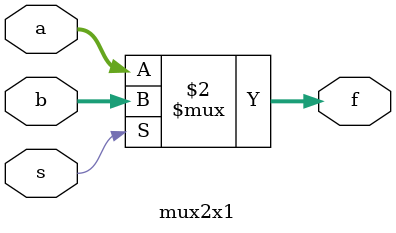
<source format=sv>
module mux2x1 (
    input logic [3:0] a, b,
    input logic s,
    output logic [3:0] f
    
);
    assign f = (s == 1'b0) ? a : b;

endmodule
</source>
